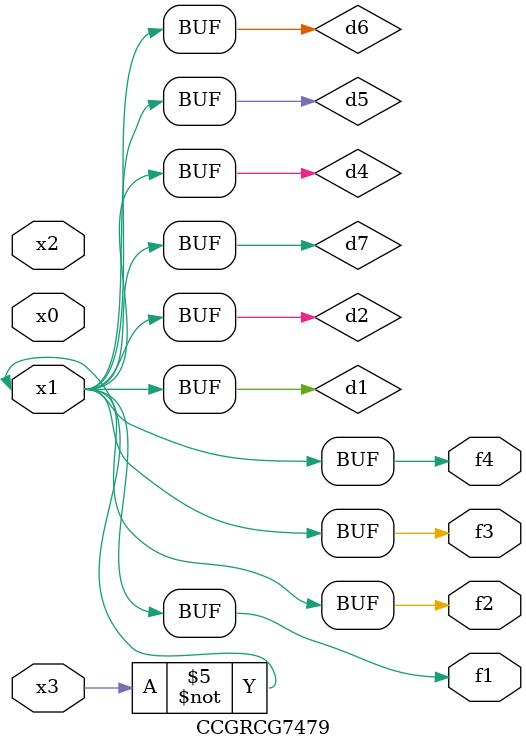
<source format=v>
module CCGRCG7479(
	input x0, x1, x2, x3,
	output f1, f2, f3, f4
);

	wire d1, d2, d3, d4, d5, d6, d7;

	not (d1, x3);
	buf (d2, x1);
	xnor (d3, d1, d2);
	nor (d4, d1);
	buf (d5, d1, d2);
	buf (d6, d4, d5);
	nand (d7, d4);
	assign f1 = d6;
	assign f2 = d7;
	assign f3 = d6;
	assign f4 = d6;
endmodule

</source>
